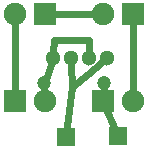
<source format=gbl>
G04 MADE WITH FRITZING*
G04 WWW.FRITZING.ORG*
G04 DOUBLE SIDED*
G04 HOLES PLATED*
G04 CONTOUR ON CENTER OF CONTOUR VECTOR*
%ASAXBY*%
%FSLAX23Y23*%
%MOIN*%
%OFA0B0*%
%SFA1.0B1.0*%
%ADD10C,0.075000*%
%ADD11C,0.051181*%
%ADD12C,0.047244*%
%ADD13R,0.075000X0.075000*%
%ADD14R,0.059055X0.059055*%
%ADD15C,0.024000*%
%LNCOPPER0*%
G90*
G70*
G54D10*
X388Y156D03*
X488Y156D03*
X95Y156D03*
X195Y156D03*
X195Y447D03*
X95Y447D03*
X488Y447D03*
X388Y447D03*
G54D11*
X401Y301D03*
X342Y301D03*
X283Y301D03*
X224Y301D03*
G54D12*
X394Y216D03*
X194Y216D03*
G54D13*
X388Y156D03*
X95Y156D03*
X195Y447D03*
X488Y447D03*
G54D14*
X439Y40D03*
X265Y39D03*
G54D15*
X95Y418D02*
X95Y184D01*
D02*
X359Y447D02*
X223Y447D01*
D02*
X488Y184D02*
X488Y418D01*
D02*
X225Y362D02*
X224Y322D01*
D02*
X343Y360D02*
X225Y362D01*
D02*
X343Y360D02*
X342Y322D01*
D02*
X194Y195D02*
X194Y184D01*
D02*
X392Y195D02*
X391Y184D01*
D02*
X217Y282D02*
X201Y236D01*
D02*
X285Y205D02*
X283Y281D01*
D02*
X269Y73D02*
X285Y205D01*
D02*
X339Y246D02*
X385Y287D01*
D02*
X285Y205D02*
X339Y246D01*
D02*
X400Y130D02*
X425Y72D01*
G04 End of Copper0*
M02*
</source>
